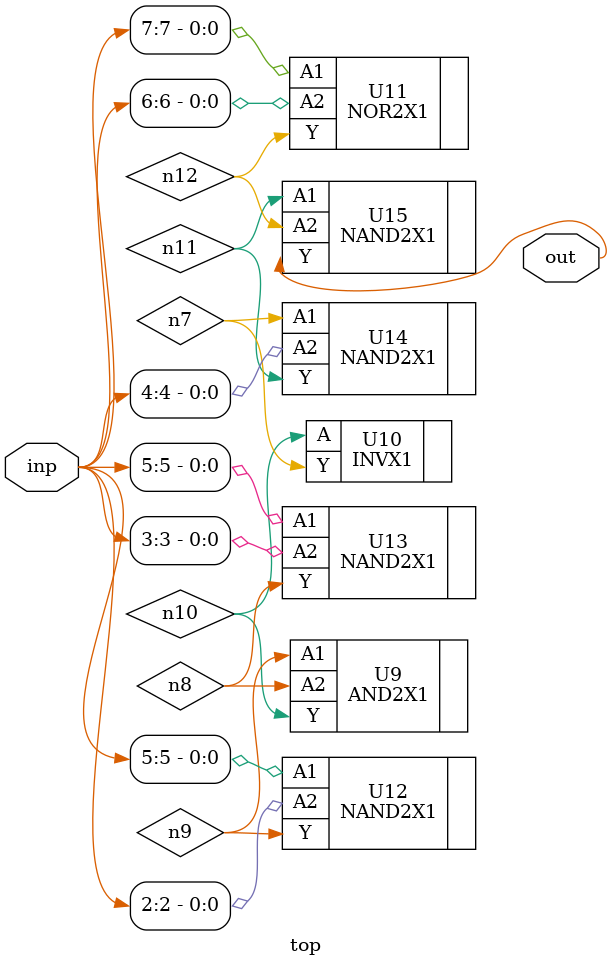
<source format=sv>


module top ( inp, out );
  input [7:0] inp;
  output out;
  wire   n7, n8, n9, n10, n11, n12;

  AND2X1 U9 ( .A1(n9), .A2(n8), .Y(n10) );
  INVX1 U10 ( .A(n10), .Y(n7) );
  NOR2X1 U11 ( .A1(inp[7]), .A2(inp[6]), .Y(n12) );
  NAND2X1 U12 ( .A1(inp[5]), .A2(inp[2]), .Y(n9) );
  NAND2X1 U13 ( .A1(inp[5]), .A2(inp[3]), .Y(n8) );
  NAND2X1 U14 ( .A1(n7), .A2(inp[4]), .Y(n11) );
  NAND2X1 U15 ( .A1(n11), .A2(n12), .Y(out) );
endmodule


</source>
